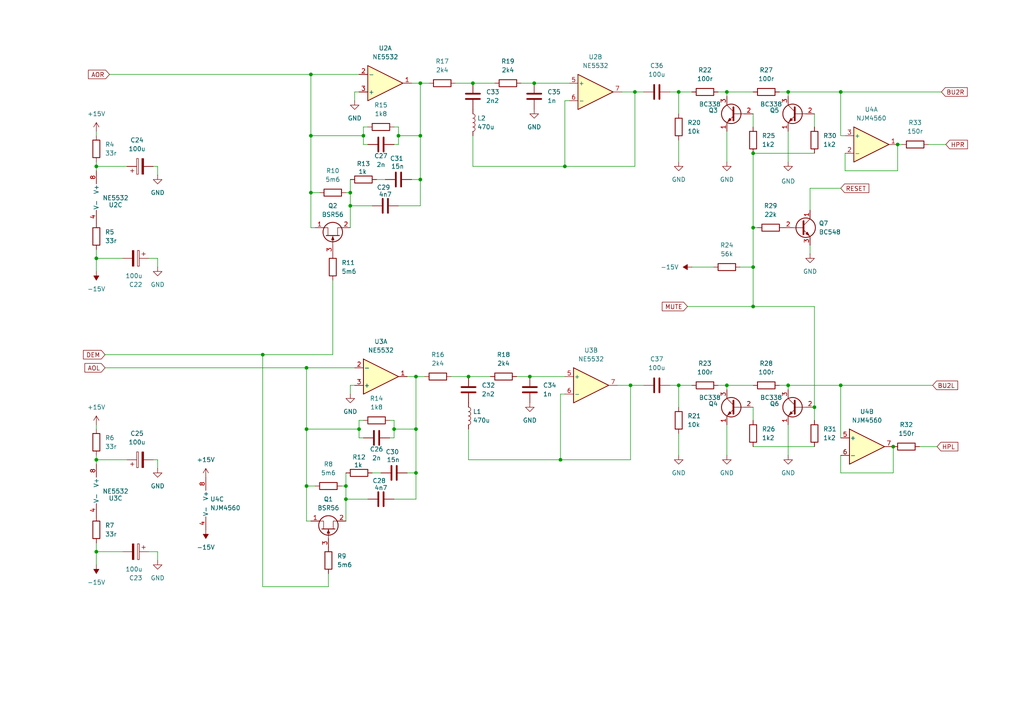
<source format=kicad_sch>
(kicad_sch (version 20250114) (generator "eeschema") (generator_version "9.0")
  (paper "A4")
  (lib_symbols
    (symbol "Amplifier_Operational:NE5532" (pin_names (offset 0.127))
      (property "Reference" "U2" (at 0 10.16 0))
      (property "Value" "NE5532" (at 0 7.62 0))
      (symbol "NE5532_1_1"
        (polyline (pts (xy -5.08 5.08) (xy 5.08 0) (xy -5.08 -5.08) (xy -5.08 5.08)) (stroke (width 0.254)) (fill (type background)))
        (pin input line (at -7.62 2.54 0) (length 2.54) (name "-") (number "2"))
        (pin input line (at -7.62 -2.54 0) (length 2.54) (name "+") (number "3"))
        (pin output line (at 7.62 0 180) (length 2.54) (name "~") (number "1"))
      )
      (symbol "NE5532_2_1"
        (polyline (pts (xy -5.08 5.08) (xy 5.08 0) (xy -5.08 -5.08) (xy -5.08 5.08)) (stroke (width 0.254)) (fill (type background)))
        (pin input line (at -7.62 2.54 0) (length 2.54) (name "+") (number "5"))
        (pin input line (at -7.62 -2.54 0) (length 2.54) (name "-") (number "6"))
        (pin output line (at 7.62 0 180) (length 2.54) (name "~") (number "7"))
      )
      (symbol "NE5532_3_1"
        (pin power_in line (at -2.54 7.62 270) (length 3.81) (name "V+") (number "8"))
        (pin power_in line (at -2.54 -7.62 90) (length 3.81) (name "V-") (number "4"))
      )
    )
    (symbol "Amplifier_Operational:NJM4560" (pin_names (offset 0.127))
      (property "Reference" "U" (at 0 5.08 0))
      (property "Value" "NJM4560" (at 0 -5.08 0))
      (symbol "NJM4560_1_1"
        (polyline (pts (xy -5.08 5.08) (xy 5.08 0) (xy -5.08 -5.08) (xy -5.08 5.08)) (stroke (width 0.254)) (fill (type background)))
        (pin input line (at -7.62 2.54 0) (length 2.54) (name "+") (number "3"))
        (pin input line (at -7.62 -2.54 0) (length 2.54) (name "-") (number "2"))
        (pin output line (at 7.62 0 180) (length 2.54) (name "~") (number "1"))
      )
      (symbol "NJM4560_2_1"
        (polyline (pts (xy -5.08 5.08) (xy 5.08 0) (xy -5.08 -5.08) (xy -5.08 5.08)) (stroke (width 0.254)) (fill (type background)))
        (pin input line (at -7.62 2.54 0) (length 2.54) (name "+") (number "5"))
        (pin input line (at -7.62 -2.54 0) (length 2.54) (name "-") (number "6"))
        (pin output line (at 7.62 0 180) (length 2.54) (name "~") (number "7"))
      )
      (symbol "NJM4560_3_1"
        (pin power_in line (at -2.54 7.62 270) (length 3.81) (name "V+") (number "8"))
        (pin power_in line (at -2.54 -7.62 90) (length 3.81) (name "V-") (number "4"))
      )
    )
    (symbol "Device:C" (pin_numbers (hide yes)) (pin_names (offset 0.254))
      (property "Reference" "C" (at 0.635 2.54 0))
      (property "Value" "C" (at 0.635 -2.54 0))
      (symbol "C_0_1"
        (polyline (pts (xy -2.032 0.762) (xy 2.032 0.762)) (stroke (width 0.508)))
        (polyline (pts (xy -2.032 -0.762) (xy 2.032 -0.762)) (stroke (width 0.508)))
      )
      (symbol "C_1_1"
        (pin passive line (at 0 3.81 270) (length 2.794) (name "~") (number "1"))
        (pin passive line (at 0 -3.81 90) (length 2.794) (name "~") (number "2"))
      )
    )
    (symbol "Device:C_Polarized" (pin_numbers (hide yes)) (pin_names (offset 0.254))
      (property "Reference" "C" (at 0.635 2.54 0))
      (property "Value" "C_Polarized" (at 0.635 -2.54 0))
      (symbol "C_Polarized_0_1"
        (rectangle (start -2.286 0.508) (end 2.286 1.016))
        (polyline (pts (xy -1.778 2.286) (xy -0.762 2.286)))
        (polyline (pts (xy -1.27 2.794) (xy -1.27 1.778)))
        (rectangle (start 2.286 -0.508) (end -2.286 -1.016) (fill (type outline)))
      )
      (symbol "C_Polarized_1_1"
        (pin passive line (at 0 3.81 270) (length 2.794) (name "~") (number "1"))
        (pin passive line (at 0 -3.81 90) (length 2.794) (name "~") (number "2"))
      )
    )
    (symbol "Device:L" (pin_numbers (hide yes)) (pin_names (offset 1.016) (hide yes))
      (property "Reference" "L" (at -1.27 0 90))
      (property "Value" "L" (at 1.905 0 90))
      (symbol "L_0_1"
        (arc (start 0 2.54) (mid 0.6323 1.905) (end 0 1.27))
        (arc (start 0 1.27) (mid 0.6323 0.635) (end 0 0))
        (arc (start 0 0) (mid 0.6323 -0.635) (end 0 -1.27))
        (arc (start 0 -1.27) (mid 0.6323 -1.905) (end 0 -2.54))
      )
      (symbol "L_1_1"
        (pin passive line (at 0 3.81 270) (length 1.27) (name "1") (number "1"))
        (pin passive line (at 0 -3.81 90) (length 1.27) (name "2") (number "2"))
      )
    )
    (symbol "Device:R" (pin_numbers (hide yes)) (pin_names (offset 0))
      (property "Reference" "R" (at 2.032 0 90))
      (property "Value" "R" (at 0 0 90))
      (symbol "R_0_1"
        (rectangle (start -1.016 -2.54) (end 1.016 2.54) (stroke (width 0.254)))
      )
      (symbol "R_1_1"
        (pin passive line (at 0 3.81 270) (length 1.27) (name "~") (number "1"))
        (pin passive line (at 0 -3.81 90) (length 1.27) (name "~") (number "2"))
      )
    )
    (symbol "NE5532_1" (pin_names (offset 0.127))
      (property "Reference" "U2" (at 0 10.16 0))
      (property "Value" "NE5532" (at 0 7.62 0))
      (symbol "NE5532_1_1_1"
        (polyline (pts (xy -5.08 5.08) (xy 5.08 0) (xy -5.08 -5.08) (xy -5.08 5.08)) (stroke (width 0.254)) (fill (type background)))
        (pin input line (at -7.62 2.54 0) (length 2.54) (name "-") (number "2"))
        (pin input line (at -7.62 -2.54 0) (length 2.54) (name "+") (number "3"))
        (pin output line (at 7.62 0 180) (length 2.54) (name "~") (number "1"))
      )
      (symbol "NE5532_1_2_1"
        (polyline (pts (xy -5.08 5.08) (xy 5.08 0) (xy -5.08 -5.08) (xy -5.08 5.08)) (stroke (width 0.254)) (fill (type background)))
        (pin input line (at -7.62 2.54 0) (length 2.54) (name "+") (number "5"))
        (pin input line (at -7.62 -2.54 0) (length 2.54) (name "-") (number "6"))
        (pin output line (at 7.62 0 180) (length 2.54) (name "~") (number "7"))
      )
      (symbol "NE5532_1_3_1"
        (pin power_in line (at -2.54 7.62 270) (length 3.81) (name "V+") (number "8"))
        (pin power_in line (at -2.54 -7.62 90) (length 3.81) (name "V-") (number "4"))
      )
    )
    (symbol "NE5532_2" (pin_names (offset 0.127))
      (property "Reference" "U2" (at 0 10.16 0))
      (property "Value" "NE5532" (at 0 7.62 0))
      (symbol "NE5532_2_1_1"
        (polyline (pts (xy -5.08 5.08) (xy 5.08 0) (xy -5.08 -5.08) (xy -5.08 5.08)) (stroke (width 0.254)) (fill (type background)))
        (pin input line (at -7.62 2.54 0) (length 2.54) (name "-") (number "2"))
        (pin input line (at -7.62 -2.54 0) (length 2.54) (name "+") (number "3"))
        (pin output line (at 7.62 0 180) (length 2.54) (name "~") (number "1"))
      )
      (symbol "NE5532_2_2_1"
        (polyline (pts (xy -5.08 5.08) (xy 5.08 0) (xy -5.08 -5.08) (xy -5.08 5.08)) (stroke (width 0.254)) (fill (type background)))
        (pin input line (at -7.62 2.54 0) (length 2.54) (name "+") (number "5"))
        (pin input line (at -7.62 -2.54 0) (length 2.54) (name "-") (number "6"))
        (pin output line (at 7.62 0 180) (length 2.54) (name "~") (number "7"))
      )
      (symbol "NE5532_2_3_1"
        (pin power_in line (at -2.54 7.62 270) (length 3.81) (name "V+") (number "8"))
        (pin power_in line (at -2.54 -7.62 90) (length 3.81) (name "V-") (number "4"))
      )
    )
    (symbol "Transistor_BJT:BC338" (pin_names (offset 0) (hide yes))
      (property "Reference" "Q3" (at 5.08 -1.2701 0))
      (property "Value" "BC338" (at 5.08 1.2699 0))
      (symbol "BC338_0_1"
        (circle (center 1.27 0) (radius 2.8194) (stroke (width 0.254)))
        (polyline (pts (xy 1.905 -1.905) (xy 1.905 1.905)) (stroke (width 0.508)))
        (polyline (pts (xy 5.08 0) (xy 1.905 0)))
      )
      (symbol "BC338_1_1"
        (polyline (pts (xy 1.27 -1.778) (xy 0.762 -1.27) (xy 0.254 -2.286) (xy 1.27 -1.778)) (fill (type outline)))
        (polyline (pts (xy 1.905 0.635) (xy 0 2.54)))
        (polyline (pts (xy 1.905 -0.635) (xy 0 -2.54)))
        (pin passive line (at 0 5.08 270) (length 2.54) (name "E") (number "3"))
        (pin passive line (at 0 -5.08 90) (length 2.54) (name "C") (number "1"))
        (pin input line (at 7.62 0 180) (length 2.54) (name "B") (number "2"))
      )
    )
    (symbol "Transistor_BJT:BC548" (pin_names (offset 0) (hide yes))
      (property "Reference" "Q" (at 5.08 1.905 0))
      (property "Value" "BC548" (at 5.08 0 0))
      (symbol "BC548_0_1"
        (polyline (pts (xy -2.54 0) (xy 0.635 0)))
        (polyline (pts (xy 0.635 1.905) (xy 0.635 -1.905)) (stroke (width 0.508)))
        (circle (center 1.27 0) (radius 2.8194) (stroke (width 0.254)))
      )
      (symbol "BC548_1_1"
        (polyline (pts (xy 0.635 0.635) (xy 2.54 2.54)))
        (polyline (pts (xy 0.635 -0.635) (xy 2.54 -2.54)))
        (polyline (pts (xy 1.27 -1.778) (xy 1.778 -1.27) (xy 2.286 -2.286) (xy 1.27 -1.778)) (fill (type outline)))
        (pin input line (at -5.08 0 0) (length 2.54) (name "B") (number "2"))
        (pin passive line (at 2.54 5.08 270) (length 2.54) (name "C") (number "1"))
        (pin passive line (at 2.54 -5.08 90) (length 2.54) (name "E") (number "3"))
      )
    )
    (symbol "Transistor_FET:BSR56" (pin_names (hide yes))
      (property "Reference" "Q" (at 5.08 1.905 0))
      (property "Value" "BSR56" (at 5.08 0 0))
      (symbol "BSR56_0_1"
        (polyline (pts (xy 0 0) (xy -1.016 0.381) (xy -1.016 -0.381) (xy 0 0)) (fill (type outline)))
        (polyline (pts (xy 0.254 1.905) (xy 0.254 -1.905)) (stroke (width 0.254)))
        (polyline (pts (xy 0.254 0) (xy -2.54 0)))
        (circle (center 1.27 0) (radius 2.8194) (stroke (width 0.254)))
        (polyline (pts (xy 2.54 2.54) (xy 2.54 1.397) (xy 0.254 1.397)))
        (polyline (pts (xy 2.54 -2.54) (xy 2.54 -1.397) (xy 0.254 -1.397)))
      )
      (symbol "BSR56_1_1"
        (pin input line (at -5.08 0 0) (length 2.54) (name "G") (number "3"))
        (pin passive line (at 2.54 5.08 270) (length 2.54) (name "D") (number "1"))
        (pin passive line (at 2.54 -5.08 90) (length 2.54) (name "S") (number "2"))
      )
    )
    (symbol "power:+15V" (power) (pin_numbers (hide yes)) (pin_names (offset 0) (hide yes))
      (property "Value" "+15V" (at 0 3.556 0))
      (symbol "+15V_0_1"
        (polyline (pts (xy -0.762 1.27) (xy 0 2.54)))
        (polyline (pts (xy 0 2.54) (xy 0.762 1.27)))
        (polyline (pts (xy 0 0) (xy 0 2.54)))
      )
      (symbol "+15V_1_1"
        (pin power_in line (at 0 0 90) (length 0) (name "~") (number "1"))
      )
    )
    (symbol "power:-15V" (power) (pin_numbers (hide yes)) (pin_names (offset 0) (hide yes))
      (property "Value" "-15V" (at 0 3.556 0))
      (symbol "-15V_0_0"
        (pin power_in line (at 0 0 90) (length 0) (name "~") (number "1"))
      )
      (symbol "-15V_0_1"
        (polyline (pts (xy 0 0) (xy 0 1.27) (xy 0.762 1.27) (xy 0 2.54) (xy -0.762 1.27) (xy 0 1.27)) (fill (type outline)))
      )
    )
    (symbol "power:GND" (power) (pin_numbers (hide yes)) (pin_names (offset 0) (hide yes))
      (property "Value" "GND" (at 0 -3.81 0))
      (symbol "GND_0_1"
        (polyline (pts (xy 0 0) (xy 0 -1.27) (xy 1.27 -1.27) (xy 0 -2.54) (xy -1.27 -1.27) (xy 0 -1.27)))
      )
      (symbol "GND_1_1"
        (pin power_in line (at 0 0 270) (length 0) (name "~") (number "1"))
      )
    )
  )
  (junction (at 243.84 111.76))
  (junction (at 101.6 55.88))
  (junction (at 76.2 102.87))
  (junction (at 218.44 44.45))
  (junction (at 135.89 109.22))
  (junction (at 182.88 111.76))
  (junction (at 228.6 26.67))
  (junction (at 121.92 39.37))
  (junction (at 88.9 106.68))
  (junction (at 243.84 26.67))
  (junction (at 236.22 118.11))
  (junction (at 90.17 21.59))
  (junction (at 260.35 41.91))
  (junction (at 27.94 133.35))
  (junction (at 88.9 140.97))
  (junction (at 90.17 39.37))
  (junction (at 120.65 109.22))
  (junction (at 210.82 111.76))
  (junction (at 27.94 160.02))
  (junction (at 120.65 124.46))
  (junction (at 114.3 124.46))
  (junction (at 90.17 55.88))
  (junction (at 88.9 124.46))
  (junction (at 184.15 26.67))
  (junction (at 105.41 39.37))
  (junction (at 27.94 48.26))
  (junction (at 101.6 59.69))
  (junction (at 153.67 109.22))
  (junction (at 121.92 52.07))
  (junction (at 137.16 24.13))
  (junction (at 196.85 26.67))
  (junction (at 196.85 111.76))
  (junction (at 100.33 144.78))
  (junction (at 163.83 48.26))
  (junction (at 210.82 26.67))
  (junction (at 218.44 88.9))
  (junction (at 218.44 77.47))
  (junction (at 104.14 124.46))
  (junction (at 162.56 133.35))
  (junction (at 259.08 129.54))
  (junction (at 228.6 111.76))
  (junction (at 120.65 137.16))
  (junction (at 100.33 140.97))
  (junction (at 115.57 39.37))
  (junction (at 27.94 74.93))
  (junction (at 154.94 24.13))
  (junction (at 121.92 24.13))
  (junction (at 218.44 66.04))
  (wire (pts (xy 45.72 133.35) (xy 45.72 135.89)))
  (wire (pts (xy 163.83 114.3) (xy 162.56 114.3)))
  (wire (pts (xy 196.85 125.73) (xy 196.85 132.08)))
  (wire (pts (xy 236.22 118.11) (xy 236.22 88.9)))
  (wire (pts (xy 120.65 109.22) (xy 120.65 124.46)))
  (wire (pts (xy 196.85 111.76) (xy 200.66 111.76)))
  (wire (pts (xy 44.45 48.26) (xy 45.72 48.26)))
  (wire (pts (xy 27.94 48.26) (xy 27.94 49.53)))
  (wire (pts (xy 114.3 41.91) (xy 115.57 41.91)))
  (wire (pts (xy 243.84 111.76) (xy 270.51 111.76)))
  (wire (pts (xy 121.92 52.07) (xy 119.38 52.07)))
  (wire (pts (xy 27.94 160.02) (xy 27.94 163.83)))
  (wire (pts (xy 27.94 133.35) (xy 27.94 134.62)))
  (wire (pts (xy 90.17 55.88) (xy 90.17 66.04)))
  (wire (pts (xy 91.44 140.97) (xy 88.9 140.97)))
  (wire (pts (xy 100.33 137.16) (xy 100.33 140.97)))
  (wire (pts (xy 120.65 137.16) (xy 118.11 137.16)))
  (wire (pts (xy 102.87 26.67) (xy 102.87 29.21)))
  (wire (pts (xy 115.57 39.37) (xy 121.92 39.37)))
  (wire (pts (xy 102.87 111.76) (xy 101.6 111.76)))
  (wire (pts (xy 228.6 26.67) (xy 228.6 27.94)))
  (wire (pts (xy 260.35 41.91) (xy 260.35 49.53)))
  (wire (pts (xy 243.84 137.16) (xy 259.08 137.16)))
  (wire (pts (xy 43.18 74.93) (xy 45.72 74.93)))
  (wire (pts (xy 27.94 74.93) (xy 27.94 78.74)))
  (wire (pts (xy 90.17 39.37) (xy 105.41 39.37)))
  (wire (pts (xy 44.45 133.35) (xy 45.72 133.35)))
  (wire (pts (xy 137.16 24.13) (xy 143.51 24.13)))
  (wire (pts (xy 30.48 106.68) (xy 88.9 106.68)))
  (wire (pts (xy 30.48 102.87) (xy 76.2 102.87)))
  (wire (pts (xy 104.14 21.59) (xy 90.17 21.59)))
  (wire (pts (xy 130.81 109.22) (xy 135.89 109.22)))
  (wire (pts (xy 236.22 88.9) (xy 218.44 88.9)))
  (wire (pts (xy 27.94 132.08) (xy 27.94 133.35)))
  (wire (pts (xy 194.31 111.76) (xy 196.85 111.76)))
  (wire (pts (xy 27.94 72.39) (xy 27.94 74.93)))
  (wire (pts (xy 137.16 48.26) (xy 163.83 48.26)))
  (wire (pts (xy 104.14 26.67) (xy 102.87 26.67)))
  (wire (pts (xy 27.94 123.19) (xy 27.94 124.46)))
  (wire (pts (xy 234.95 54.61) (xy 234.95 60.96)))
  (wire (pts (xy 76.2 102.87) (xy 76.2 170.18)))
  (wire (pts (xy 121.92 52.07) (xy 121.92 59.69)))
  (wire (pts (xy 101.6 55.88) (xy 101.6 59.69)))
  (wire (pts (xy 228.6 111.76) (xy 228.6 113.03)))
  (wire (pts (xy 210.82 123.19) (xy 210.82 132.08)))
  (wire (pts (xy 27.94 48.26) (xy 36.83 48.26)))
  (wire (pts (xy 228.6 123.19) (xy 228.6 132.08)))
  (wire (pts (xy 105.41 41.91) (xy 106.68 41.91)))
  (wire (pts (xy 180.34 26.67) (xy 184.15 26.67)))
  (wire (pts (xy 243.84 127) (xy 243.84 111.76)))
  (wire (pts (xy 95.25 166.37) (xy 95.25 170.18)))
  (wire (pts (xy 90.17 151.13) (xy 88.9 151.13)))
  (wire (pts (xy 243.84 26.67) (xy 273.05 26.67)))
  (wire (pts (xy 101.6 111.76) (xy 101.6 114.3)))
  (wire (pts (xy 162.56 114.3) (xy 162.56 133.35)))
  (wire (pts (xy 27.94 160.02) (xy 35.56 160.02)))
  (wire (pts (xy 27.94 46.99) (xy 27.94 48.26)))
  (wire (pts (xy 218.44 44.45) (xy 236.22 44.45)))
  (wire (pts (xy 208.28 26.67) (xy 210.82 26.67)))
  (wire (pts (xy 196.85 26.67) (xy 196.85 33.02)))
  (wire (pts (xy 107.95 59.69) (xy 101.6 59.69)))
  (wire (pts (xy 165.1 29.21) (xy 163.83 29.21)))
  (wire (pts (xy 27.94 133.35) (xy 36.83 133.35)))
  (wire (pts (xy 120.65 137.16) (xy 120.65 144.78)))
  (wire (pts (xy 234.95 54.61) (xy 243.84 54.61)))
  (wire (pts (xy 113.03 121.92) (xy 114.3 121.92)))
  (wire (pts (xy 162.56 133.35) (xy 182.88 133.35)))
  (wire (pts (xy 120.65 124.46) (xy 120.65 137.16)))
  (wire (pts (xy 210.82 111.76) (xy 210.82 113.03)))
  (wire (pts (xy 121.92 24.13) (xy 124.46 24.13)))
  (wire (pts (xy 218.44 77.47) (xy 218.44 66.04)))
  (wire (pts (xy 210.82 26.67) (xy 210.82 27.94)))
  (wire (pts (xy 114.3 124.46) (xy 114.3 127)))
  (wire (pts (xy 184.15 48.26) (xy 184.15 26.67)))
  (wire (pts (xy 208.28 111.76) (xy 210.82 111.76)))
  (wire (pts (xy 182.88 111.76) (xy 186.69 111.76)))
  (wire (pts (xy 101.6 59.69) (xy 101.6 66.04)))
  (wire (pts (xy 199.39 88.9) (xy 218.44 88.9)))
  (wire (pts (xy 104.14 127) (xy 105.41 127)))
  (wire (pts (xy 260.35 41.91) (xy 261.62 41.91)))
  (wire (pts (xy 91.44 66.04) (xy 90.17 66.04)))
  (wire (pts (xy 105.41 39.37) (xy 105.41 41.91)))
  (wire (pts (xy 210.82 38.1) (xy 210.82 46.99)))
  (wire (pts (xy 115.57 36.83) (xy 115.57 39.37)))
  (wire (pts (xy 218.44 33.02) (xy 218.44 36.83)))
  (wire (pts (xy 107.95 137.16) (xy 110.49 137.16)))
  (wire (pts (xy 88.9 124.46) (xy 88.9 140.97)))
  (wire (pts (xy 243.84 26.67) (xy 243.84 39.37)))
  (wire (pts (xy 109.22 52.07) (xy 111.76 52.07)))
  (wire (pts (xy 214.63 77.47) (xy 218.44 77.47)))
  (wire (pts (xy 132.08 24.13) (xy 137.16 24.13)))
  (wire (pts (xy 101.6 55.88) (xy 100.33 55.88)))
  (wire (pts (xy 182.88 133.35) (xy 182.88 111.76)))
  (wire (pts (xy 228.6 111.76) (xy 243.84 111.76)))
  (wire (pts (xy 113.03 127) (xy 114.3 127)))
  (wire (pts (xy 92.71 55.88) (xy 90.17 55.88)))
  (wire (pts (xy 154.94 24.13) (xy 165.1 24.13)))
  (wire (pts (xy 105.41 121.92) (xy 104.14 121.92)))
  (wire (pts (xy 106.68 144.78) (xy 100.33 144.78)))
  (wire (pts (xy 90.17 39.37) (xy 90.17 55.88)))
  (wire (pts (xy 27.94 74.93) (xy 35.56 74.93)))
  (wire (pts (xy 31.75 21.59) (xy 90.17 21.59)))
  (wire (pts (xy 105.41 36.83) (xy 105.41 39.37)))
  (wire (pts (xy 96.52 81.28) (xy 96.52 102.87)))
  (wire (pts (xy 115.57 39.37) (xy 115.57 41.91)))
  (wire (pts (xy 200.66 77.47) (xy 207.01 77.47)))
  (wire (pts (xy 115.57 59.69) (xy 121.92 59.69)))
  (wire (pts (xy 90.17 21.59) (xy 90.17 39.37)))
  (wire (pts (xy 226.06 26.67) (xy 228.6 26.67)))
  (wire (pts (xy 100.33 140.97) (xy 100.33 144.78)))
  (wire (pts (xy 104.14 121.92) (xy 104.14 124.46)))
  (wire (pts (xy 228.6 38.1) (xy 228.6 46.99)))
  (wire (pts (xy 114.3 124.46) (xy 120.65 124.46)))
  (wire (pts (xy 243.84 132.08) (xy 243.84 137.16)))
  (wire (pts (xy 43.18 160.02) (xy 45.72 160.02)))
  (wire (pts (xy 114.3 36.83) (xy 115.57 36.83)))
  (wire (pts (xy 234.95 71.12) (xy 234.95 73.66)))
  (wire (pts (xy 228.6 26.67) (xy 243.84 26.67)))
  (wire (pts (xy 259.08 137.16) (xy 259.08 129.54)))
  (wire (pts (xy 88.9 124.46) (xy 104.14 124.46)))
  (wire (pts (xy 163.83 48.26) (xy 184.15 48.26)))
  (wire (pts (xy 196.85 26.67) (xy 200.66 26.67)))
  (wire (pts (xy 119.38 24.13) (xy 121.92 24.13)))
  (wire (pts (xy 27.94 157.48) (xy 27.94 160.02)))
  (wire (pts (xy 218.44 118.11) (xy 218.44 121.92)))
  (wire (pts (xy 88.9 106.68) (xy 88.9 124.46)))
  (wire (pts (xy 219.71 66.04) (xy 218.44 66.04)))
  (wire (pts (xy 226.06 111.76) (xy 228.6 111.76)))
  (wire (pts (xy 153.67 109.22) (xy 163.83 109.22)))
  (wire (pts (xy 118.11 109.22) (xy 120.65 109.22)))
  (wire (pts (xy 76.2 102.87) (xy 96.52 102.87)))
  (wire (pts (xy 210.82 26.67) (xy 218.44 26.67)))
  (wire (pts (xy 179.07 111.76) (xy 182.88 111.76)))
  (wire (pts (xy 27.94 38.1) (xy 27.94 39.37)))
  (wire (pts (xy 149.86 109.22) (xy 153.67 109.22)))
  (wire (pts (xy 245.11 44.45) (xy 245.11 49.53)))
  (wire (pts (xy 45.72 48.26) (xy 45.72 50.8)))
  (wire (pts (xy 104.14 124.46) (xy 104.14 127)))
  (wire (pts (xy 121.92 24.13) (xy 121.92 39.37)))
  (wire (pts (xy 194.31 26.67) (xy 196.85 26.67)))
  (wire (pts (xy 135.89 133.35) (xy 162.56 133.35)))
  (wire (pts (xy 88.9 140.97) (xy 88.9 151.13)))
  (wire (pts (xy 45.72 160.02) (xy 45.72 162.56)))
  (wire (pts (xy 245.11 39.37) (xy 243.84 39.37)))
  (wire (pts (xy 218.44 44.45) (xy 218.44 66.04)))
  (wire (pts (xy 236.22 33.02) (xy 236.22 36.83)))
  (wire (pts (xy 106.68 36.83) (xy 105.41 36.83)))
  (wire (pts (xy 135.89 109.22) (xy 142.24 109.22)))
  (wire (pts (xy 114.3 121.92) (xy 114.3 124.46)))
  (wire (pts (xy 76.2 170.18) (xy 95.25 170.18)))
  (wire (pts (xy 101.6 52.07) (xy 101.6 55.88)))
  (wire (pts (xy 196.85 111.76) (xy 196.85 118.11)))
  (wire (pts (xy 245.11 49.53) (xy 260.35 49.53)))
  (wire (pts (xy 135.89 124.46) (xy 135.89 133.35)))
  (wire (pts (xy 196.85 40.64) (xy 196.85 46.99)))
  (wire (pts (xy 266.7 129.54) (xy 271.78 129.54)))
  (wire (pts (xy 218.44 77.47) (xy 218.44 88.9)))
  (wire (pts (xy 137.16 39.37) (xy 137.16 48.26)))
  (wire (pts (xy 121.92 39.37) (xy 121.92 52.07)))
  (wire (pts (xy 120.65 109.22) (xy 123.19 109.22)))
  (wire (pts (xy 184.15 26.67) (xy 186.69 26.67)))
  (wire (pts (xy 45.72 74.93) (xy 45.72 77.47)))
  (wire (pts (xy 102.87 106.68) (xy 88.9 106.68)))
  (wire (pts (xy 218.44 129.54) (xy 236.22 129.54)))
  (wire (pts (xy 114.3 144.78) (xy 120.65 144.78)))
  (wire (pts (xy 100.33 140.97) (xy 99.06 140.97)))
  (wire (pts (xy 210.82 111.76) (xy 218.44 111.76)))
  (wire (pts (xy 163.83 29.21) (xy 163.83 48.26)))
  (wire (pts (xy 236.22 118.11) (xy 236.22 121.92)))
  (wire (pts (xy 151.13 24.13) (xy 154.94 24.13)))
  (wire (pts (xy 269.24 41.91) (xy 274.32 41.91)))
  (wire (pts (xy 100.33 144.78) (xy 100.33 151.13)))
  (global_label "MUTE" (shape input) (at 199.39 88.9 180) (property "Intersheetrefs" "${INTERSHEET_REFS}" (effects (hide yes))))
  (global_label "BU2L" (shape input) (at 270.51 111.76 0) (property "Intersheetrefs" "${INTERSHEET_REFS}" (effects (hide yes))))
  (global_label "BU2R" (shape input) (at 273.05 26.67 0) (property "Intersheetrefs" "${INTERSHEET_REFS}" (effects (hide yes))))
  (global_label "AOR" (shape input) (at 31.75 21.59 180) (property "Intersheetrefs" "${INTERSHEET_REFS}" (effects (hide yes))))
  (global_label "HPL" (shape input) (at 271.78 129.54 0) (property "Intersheetrefs" "${INTERSHEET_REFS}" (effects (hide yes))))
  (global_label "AOL" (shape input) (at 30.48 106.68 180) (property "Intersheetrefs" "${INTERSHEET_REFS}" (effects (hide yes))))
  (global_label "RESET" (shape input) (at 243.84 54.61 0) (property "Intersheetrefs" "${INTERSHEET_REFS}" (effects (hide yes))))
  (global_label "HPR" (shape input) (at 274.32 41.91 0) (property "Intersheetrefs" "${INTERSHEET_REFS}" (effects (hide yes))))
  (global_label "DEM" (shape input) (at 30.48 102.87 180) (property "Intersheetrefs" "${INTERSHEET_REFS}" (effects (hide yes))))
  (symbol (lib_id "Device:C") (at 154.94 27.94 0) (unit 1)
    (property "Reference" "C35" (at 158.75 26.6699 0) (effects (justify left)))
    (property "Value" "1n" (at 158.75 29.2099 0) (effects (justify left)))
    (property "Description" "Unpolarized capacitor" (effects (hide yes)))
  )
  (symbol (lib_id "Transistor_BJT:BC548") (at 232.41 66.04 0) (unit 1)
    (property "Reference" "Q7" (at 237.49 64.7699 0) (effects (justify left)))
    (property "Value" "BC548" (at 237.49 67.3099 0) (effects (justify left)))
    (property "Footprint" "Package_TO_SOT_THT:TO-92_Inline" (effects (hide yes)))
    (property "Datasheet" "https://www.onsemi.com/pub/Collateral/BC550-D.pdf" (effects (hide yes)))
    (property "Description" "0.1A Ic, 30V Vce, Small Signal NPN Transistor, TO-92" (effects (hide yes)))
  )
  (symbol (lib_id "Device:R") (at 95.25 140.97 90) (unit 1)
    (property "Reference" "R8" (at 95.25 134.62 90))
    (property "Value" "5m6" (at 95.25 137.16 90))
    (property "Description" "Resistor" (effects (hide yes)))
  )
  (symbol (lib_id "power:GND") (at 196.85 46.99 0) (unit 1)
    (property "Reference" "#PWR040" (effects (hide yes)))
    (property "Value" "GND" (at 196.85 52.07 0))
    (property "Description" "Power symbol creates a global label with name \"GND\" , ground" (effects (hide yes)))
  )
  (symbol (lib_id "power:GND") (at 210.82 46.99 0) (unit 1)
    (property "Reference" "#PWR043" (effects (hide yes)))
    (property "Value" "GND" (at 210.82 52.07 0))
    (property "Description" "Power symbol creates a global label with name \"GND\" , ground" (effects (hide yes)))
  )
  (symbol (lib_id "power:-15V") (at 27.94 163.83 180) (unit 1)
    (property "Reference" "#PWR029" (effects (hide yes)))
    (property "Value" "-15V" (at 27.94 168.91 0))
    (property "Description" "Power symbol creates a global label with name \"-15V\"" (effects (hide yes)))
  )
  (symbol (lib_id "Device:R") (at 147.32 24.13 90) (unit 1)
    (property "Reference" "R19" (at 147.32 17.78 90))
    (property "Value" "2k4" (at 147.32 20.32 90))
    (property "Description" "Resistor" (effects (hide yes)))
  )
  (symbol (lib_id "Amplifier_Operational:NE5532") (at 110.49 109.22 0) (unit 1)
    (property "Reference" "U3" (at 110.49 99.06 0))
    (property "Value" "NE5532" (at 110.49 101.6 0))
    (property "Footprint" "Package_DIP:DIP-8_W7.62mm_LongPads" (effects (hide yes)))
    (property "Datasheet" "http://www.ti.com/lit/ds/symlink/ne5532.pdf" (effects (hide yes)))
    (property "Description" "Dual Low-Noise Operational Amplifiers, DIP-8/SOIC-8" (effects (hide yes)))
  )
  (symbol (lib_id "power:GND") (at 228.6 132.08 0) (unit 1)
    (property "Reference" "#PWR046" (effects (hide yes)))
    (property "Value" "GND" (at 228.6 137.16 0))
    (property "Description" "Power symbol creates a global label with name \"GND\" , ground" (effects (hide yes)))
  )
  (symbol (lib_id "Device:L") (at 135.89 120.65 0) (unit 1)
    (property "Reference" "L1" (at 137.16 119.3799 0) (effects (justify left)))
    (property "Value" "470u" (at 137.16 121.9199 0) (effects (justify left)))
    (property "Description" "Inductor" (effects (hide yes)))
  )
  (symbol (lib_id "Device:R") (at 265.43 41.91 90) (unit 1)
    (property "Reference" "R33" (at 265.43 35.56 90))
    (property "Value" "150r" (at 265.43 38.1 90))
    (property "Description" "Resistor" (effects (hide yes)))
  )
  (symbol (lib_id "power:-15V") (at 59.69 153.67 180) (unit 1)
    (property "Reference" "#PWR035" (effects (hide yes)))
    (property "Value" "-15V" (at 59.69 158.75 0))
    (property "Description" "Power symbol creates a global label with name \"-15V\"" (effects (hide yes)))
  )
  (symbol (lib_id "Device:R") (at 204.47 26.67 270) (unit 1)
    (property "Reference" "R22" (at 204.47 20.32 90))
    (property "Value" "100r" (at 204.47 22.86 90))
    (property "Description" "Resistor" (effects (hide yes)))
  )
  (symbol (lib_id "Device:C") (at 110.49 41.91 270) (unit 1)
    (property "Reference" "C27" (at 110.49 45.212 90))
    (property "Value" "2n" (at 110.49 47.752 90))
    (property "Description" "Unpolarized capacitor" (effects (hide yes)))
  )
  (symbol (lib_id "Device:C") (at 135.89 113.03 0) (unit 1)
    (property "Reference" "C32" (at 139.7 111.7599 0) (effects (justify left)))
    (property "Value" "2n2" (at 139.7 114.2999 0) (effects (justify left)))
    (property "Description" "Unpolarized capacitor" (effects (hide yes)))
  )
  (symbol (lib_id "Device:R") (at 96.52 77.47 180) (unit 1)
    (property "Reference" "R11" (at 99.06 76.1999 0) (effects (justify right)))
    (property "Value" "5m6" (at 99.06 78.7399 0) (effects (justify right)))
    (property "Description" "Resistor" (effects (hide yes)))
  )
  (symbol (lib_id "power:GND") (at 210.82 132.08 0) (unit 1)
    (property "Reference" "#PWR044" (effects (hide yes)))
    (property "Value" "GND" (at 210.82 137.16 0))
    (property "Description" "Power symbol creates a global label with name \"GND\" , ground" (effects (hide yes)))
  )
  (symbol (lib_id "Device:R") (at 27.94 68.58 0) (unit 1)
    (property "Reference" "R5" (at 30.48 67.3099 0) (effects (justify left)))
    (property "Value" "33r" (at 30.48 69.8499 0) (effects (justify left)))
    (property "Description" "Resistor" (effects (hide yes)))
  )
  (symbol (lib_id "Device:R") (at 27.94 43.18 0) (unit 1)
    (property "Reference" "R4" (at 30.48 41.9099 0) (effects (justify left)))
    (property "Value" "33r" (at 30.48 44.4499 0) (effects (justify left)))
    (property "Description" "Resistor" (effects (hide yes)))
  )
  (symbol (lib_id "Device:R") (at 236.22 125.73 0) (unit 1)
    (property "Reference" "R31" (at 238.76 124.4599 0) (effects (justify left)))
    (property "Value" "1k2" (at 238.76 126.9999 0) (effects (justify left)))
    (property "Description" "Resistor" (effects (hide yes)))
  )
  (symbol (lib_id "Device:R") (at 222.25 26.67 270) (unit 1)
    (property "Reference" "R27" (at 222.25 20.32 90))
    (property "Value" "100r" (at 222.25 22.86 90))
    (property "Description" "Resistor" (effects (hide yes)))
  )
  (symbol (lib_id "Device:R") (at 204.47 111.76 270) (unit 1)
    (property "Reference" "R23" (at 204.47 105.41 90))
    (property "Value" "100r" (at 204.47 107.95 90))
    (property "Description" "Resistor" (effects (hide yes)))
  )
  (symbol (lib_id "Device:R") (at 196.85 121.92 0) (unit 1)
    (property "Reference" "R21" (at 199.39 120.6499 0) (effects (justify left)))
    (property "Value" "10k" (at 199.39 123.1899 0) (effects (justify left)))
    (property "Description" "Resistor" (effects (hide yes)))
  )
  (symbol (lib_id "Transistor_BJT:BC338") (at 210.82 33.02 0) (unit 1)
    (property "Reference" "Q3" (at 205.486 32.004 0) (effects (justify left)))
    (property "Value" "BC338" (at 202.692 30.226 0) (effects (justify left)))
    (property "Footprint" "Package_TO_SOT_THT:TO-92_Inline" (effects (hide yes)))
    (property "Datasheet" "http://diotec.com/tl_files/diotec/files/pdf/datasheets/bc337" (effects (hide yes)))
    (property "Description" "0.8A Ic, 25V Vce, NPN Transistor, TO-92" (effects (hide yes)))
  )
  (symbol (lib_id "Transistor_BJT:BC338") (at 210.82 118.11 0) (unit 1)
    (property "Reference" "Q4" (at 205.486 117.094 0) (effects (justify left)))
    (property "Value" "BC338" (at 202.692 115.316 0) (effects (justify left)))
    (property "Footprint" "Package_TO_SOT_THT:TO-92_Inline" (effects (hide yes)))
    (property "Datasheet" "http://diotec.com/tl_files/diotec/files/pdf/datasheets/bc337" (effects (hide yes)))
    (property "Description" "0.8A Ic, 25V Vce, NPN Transistor, TO-92" (effects (hide yes)))
  )
  (symbol (lib_id "Device:R") (at 27.94 153.67 0) (unit 1)
    (property "Reference" "R7" (at 30.48 152.3999 0) (effects (justify left)))
    (property "Value" "33r" (at 30.48 154.9399 0) (effects (justify left)))
    (property "Description" "Resistor" (effects (hide yes)))
  )
  (symbol (lib_id "Device:R") (at 109.22 121.92 90) (unit 1)
    (property "Reference" "R14" (at 109.22 115.57 90))
    (property "Value" "1k8" (at 109.22 118.11 90))
    (property "Description" "Resistor" (effects (hide yes)))
  )
  (symbol (lib_id "Amplifier_Operational:NJM4560") (at 62.23 146.05 0) (unit 3)
    (property "Reference" "U4" (at 60.96 144.7799 0) (effects (justify left)))
    (property "Value" "NJM4560" (at 60.96 147.3199 0) (effects (justify left)))
    (property "Footprint" "Package_DIP:DIP-8_W7.62mm_LongPads" (effects (hide yes)))
    (property "Datasheet" "http://www.njr.com/semicon/PDF/NJM4560_E.pdf" (effects (hide yes)))
    (property "Description" "Dual Operational Amplifier, DIP-8/DMP-8/SIP-8/SOP-8" (effects (hide yes)))
  )
  (symbol (lib_id "Device:R") (at 105.41 52.07 90) (unit 1)
    (property "Reference" "R13" (at 105.41 47.498 90))
    (property "Value" "1k" (at 105.156 49.784 90))
    (property "Description" "Resistor" (effects (hide yes)))
  )
  (symbol (lib_id "Amplifier_Operational:NE5532") (at 111.76 24.13 0) (unit 1)
    (property "Reference" "U2" (at 111.76 13.97 0))
    (property "Value" "NE5532" (at 111.76 16.51 0))
    (property "Footprint" "Package_DIP:DIP-8_W7.62mm_LongPads" (effects (hide yes)))
    (property "Datasheet" "http://www.ti.com/lit/ds/symlink/ne5532.pdf" (effects (hide yes)))
    (property "Description" "Dual Low-Noise Operational Amplifiers, DIP-8/SOIC-8" (effects (hide yes)))
  )
  (symbol (lib_id "power:GND") (at 153.67 116.84 0) (unit 1)
    (property "Reference" "#PWR038" (effects (hide yes)))
    (property "Value" "GND" (at 153.67 121.92 0))
    (property "Description" "Power symbol creates a global label with name \"GND\" , ground" (effects (hide yes)))
  )
  (symbol (lib_id "Device:C") (at 190.5 26.67 90) (unit 1)
    (property "Reference" "C36" (at 190.5 19.05 90))
    (property "Value" "100u" (at 190.5 21.59 90))
    (property "Description" "Unpolarized capacitor" (effects (hide yes)))
  )
  (symbol (lib_id "Device:R") (at 262.89 129.54 90) (unit 1)
    (property "Reference" "R32" (at 262.89 123.19 90))
    (property "Value" "150r" (at 262.89 125.73 90))
    (property "Description" "Resistor" (effects (hide yes)))
  )
  (symbol (lib_id "power:GND") (at 228.6 46.99 0) (unit 1)
    (property "Reference" "#PWR045" (effects (hide yes)))
    (property "Value" "GND" (at 228.6 52.578 0))
    (property "Description" "Power symbol creates a global label with name \"GND\" , ground" (effects (hide yes)))
  )
  (symbol (lib_id "Device:C_Polarized") (at 40.64 48.26 90) (unit 1)
    (property "Reference" "C24" (at 39.751 40.64 90))
    (property "Value" "100u" (at 39.751 43.18 90))
    (property "Description" "Polarized capacitor" (effects (hide yes)))
  )
  (symbol (lib_id "Device:R") (at 210.82 77.47 90) (unit 1)
    (property "Reference" "R24" (at 210.82 71.12 90))
    (property "Value" "56k" (at 210.82 73.66 90))
    (property "Description" "Resistor" (effects (hide yes)))
  )
  (symbol (lib_id "Device:C") (at 111.76 59.69 90) (unit 1)
    (property "Reference" "C29" (at 111.252 54.356 90))
    (property "Value" "4n7" (at 111.76 56.388 90))
    (property "Description" "Unpolarized capacitor" (effects (hide yes)))
  )
  (symbol (lib_id "power:-15V") (at 200.66 77.47 90) (unit 1)
    (property "Reference" "#PWR042" (effects (hide yes)))
    (property "Value" "-15V" (at 196.85 77.4699 90) (effects (justify left)))
    (property "Description" "Power symbol creates a global label with name \"-15V\"" (effects (hide yes)))
  )
  (symbol (lib_id "Device:R") (at 146.05 109.22 90) (unit 1)
    (property "Reference" "R18" (at 146.05 102.87 90))
    (property "Value" "2k4" (at 146.05 105.41 90))
    (property "Description" "Resistor" (effects (hide yes)))
  )
  (symbol (lib_name "NE5532_1") (lib_id "Amplifier_Operational:NE5532") (at 171.45 111.76 0) (unit 2)
    (property "Reference" "U3" (at 171.45 101.6 0))
    (property "Value" "NE5532" (at 171.45 104.14 0))
    (property "Footprint" "Package_DIP:DIP-8_W7.62mm_LongPads" (effects (hide yes)))
    (property "Datasheet" "http://www.ti.com/lit/ds/symlink/ne5532.pdf" (effects (hide yes)))
    (property "Description" "Dual Low-Noise Operational Amplifiers, DIP-8/SOIC-8" (effects (hide yes)))
  )
  (symbol (lib_id "Device:C") (at 115.57 52.07 90) (unit 1)
    (property "Reference" "C31" (at 115.062 45.974 90))
    (property "Value" "15n" (at 115.316 48.26 90))
    (property "Description" "Unpolarized capacitor" (effects (hide yes)))
  )
  (symbol (lib_id "power:GND") (at 154.94 31.75 0) (unit 1)
    (property "Reference" "#PWR039" (effects (hide yes)))
    (property "Value" "GND" (at 154.94 36.83 0))
    (property "Description" "Power symbol creates a global label with name \"GND\" , ground" (effects (hide yes)))
  )
  (symbol (lib_id "Device:R") (at 236.22 40.64 0) (unit 1)
    (property "Reference" "R30" (at 238.76 39.3699 0) (effects (justify left)))
    (property "Value" "1k2" (at 238.76 41.9099 0) (effects (justify left)))
    (property "Description" "Resistor" (effects (hide yes)))
  )
  (symbol (lib_id "power:GND") (at 45.72 135.89 0) (unit 1)
    (property "Reference" "#PWR032" (effects (hide yes)))
    (property "Value" "GND" (at 45.72 140.97 0))
    (property "Description" "Power symbol creates a global label with name \"GND\" , ground" (effects (hide yes)))
  )
  (symbol (lib_id "power:+15V") (at 27.94 38.1 0) (unit 1)
    (property "Reference" "#PWR026" (effects (hide yes)))
    (property "Value" "+15V" (at 27.94 33.02 0))
    (property "Description" "Power symbol creates a global label with name \"+15V\"" (effects (hide yes)))
  )
  (symbol (lib_id "Amplifier_Operational:NJM4560") (at 251.46 129.54 0) (unit 2)
    (property "Reference" "U4" (at 251.46 119.38 0))
    (property "Value" "NJM4560" (at 251.46 121.92 0))
    (property "Footprint" "Package_DIP:DIP-8_W7.62mm_LongPads" (effects (hide yes)))
    (property "Datasheet" "http://www.njr.com/semicon/PDF/NJM4560_E.pdf" (effects (hide yes)))
    (property "Description" "Dual Operational Amplifier, DIP-8/DMP-8/SIP-8/SOP-8" (effects (hide yes)))
  )
  (symbol (lib_id "power:+15V") (at 27.94 123.19 0) (unit 1)
    (property "Reference" "#PWR028" (effects (hide yes)))
    (property "Value" "+15V" (at 27.94 118.11 0))
    (property "Description" "Power symbol creates a global label with name \"+15V\"" (effects (hide yes)))
  )
  (symbol (lib_id "Device:R") (at 222.25 111.76 270) (unit 1)
    (property "Reference" "R28" (at 222.25 105.41 90))
    (property "Value" "100r" (at 222.25 107.95 90))
    (property "Description" "Resistor" (effects (hide yes)))
  )
  (symbol (lib_id "Device:R") (at 218.44 40.64 0) (unit 1)
    (property "Reference" "R25" (at 220.98 39.3699 0) (effects (justify left)))
    (property "Value" "1k2" (at 220.98 41.9099 0) (effects (justify left)))
    (property "Description" "Resistor" (effects (hide yes)))
  )
  (symbol (lib_id "Amplifier_Operational:NJM4560") (at 252.73 41.91 0) (unit 1)
    (property "Reference" "U4" (at 252.73 31.75 0))
    (property "Value" "NJM4560" (at 252.73 34.29 0))
    (property "Footprint" "Package_DIP:DIP-8_W7.62mm_LongPads" (effects (hide yes)))
    (property "Datasheet" "http://www.njr.com/semicon/PDF/NJM4560_E.pdf" (effects (hide yes)))
    (property "Description" "Dual Operational Amplifier, DIP-8/DMP-8/SIP-8/SOP-8" (effects (hide yes)))
  )
  (symbol (lib_id "Device:L") (at 137.16 35.56 0) (unit 1)
    (property "Reference" "L2" (at 138.43 34.2899 0) (effects (justify left)))
    (property "Value" "470u" (at 138.43 36.8299 0) (effects (justify left)))
    (property "Description" "Inductor" (effects (hide yes)))
  )
  (symbol (lib_id "power:GND") (at 102.87 29.21 0) (unit 1)
    (property "Reference" "#PWR037" (effects (hide yes)))
    (property "Value" "GND" (at 102.87 34.29 0))
    (property "Description" "Power symbol creates a global label with name \"GND\" , ground" (effects (hide yes)))
  )
  (symbol (lib_id "Device:R") (at 127 109.22 90) (unit 1)
    (property "Reference" "R16" (at 127 102.87 90))
    (property "Value" "2k4" (at 127 105.41 90))
    (property "Description" "Resistor" (effects (hide yes)))
  )
  (symbol (lib_id "Transistor_BJT:BC338") (at 228.6 118.11 0) (unit 1)
    (property "Reference" "Q6" (at 223.266 117.094 0) (effects (justify left)))
    (property "Value" "BC338" (at 220.472 115.316 0) (effects (justify left)))
    (property "Footprint" "Package_TO_SOT_THT:TO-92_Inline" (effects (hide yes)))
    (property "Datasheet" "http://diotec.com/tl_files/diotec/files/pdf/datasheets/bc337" (effects (hide yes)))
    (property "Description" "0.8A Ic, 25V Vce, NPN Transistor, TO-92" (effects (hide yes)))
  )
  (symbol (lib_id "Device:C") (at 110.49 144.78 90) (unit 1)
    (property "Reference" "C28" (at 109.982 139.446 90))
    (property "Value" "4n7" (at 110.49 141.478 90))
    (property "Description" "Unpolarized capacitor" (effects (hide yes)))
  )
  (symbol (lib_id "power:+15V") (at 59.69 138.43 0) (unit 1)
    (property "Reference" "#PWR034" (effects (hide yes)))
    (property "Value" "+15V" (at 59.69 133.35 0))
    (property "Description" "Power symbol creates a global label with name \"+15V\"" (effects (hide yes)))
  )
  (symbol (lib_name "NE5532_1") (lib_id "Amplifier_Operational:NE5532") (at 172.72 26.67 0) (unit 2)
    (property "Reference" "U2" (at 172.72 16.51 0))
    (property "Value" "NE5532" (at 172.72 19.05 0))
    (property "Footprint" "Package_DIP:DIP-8_W7.62mm_LongPads" (effects (hide yes)))
    (property "Datasheet" "http://www.ti.com/lit/ds/symlink/ne5532.pdf" (effects (hide yes)))
    (property "Description" "Dual Low-Noise Operational Amplifiers, DIP-8/SOIC-8" (effects (hide yes)))
  )
  (symbol (lib_id "Device:R") (at 110.49 36.83 90) (unit 1)
    (property "Reference" "R15" (at 110.49 30.48 90))
    (property "Value" "1k8" (at 110.49 33.02 90))
    (property "Description" "Resistor" (effects (hide yes)))
  )
  (symbol (lib_id "power:GND") (at 45.72 77.47 0) (unit 1)
    (property "Reference" "#PWR031" (effects (hide yes)))
    (property "Value" "GND" (at 45.72 82.55 0))
    (property "Description" "Power symbol creates a global label with name \"GND\" , ground" (effects (hide yes)))
  )
  (symbol (lib_id "Device:R") (at 96.52 55.88 90) (unit 1)
    (property "Reference" "R10" (at 96.52 49.53 90))
    (property "Value" "5m6" (at 96.52 52.07 90))
    (property "Description" "Resistor" (effects (hide yes)))
  )
  (symbol (lib_id "Device:C_Polarized") (at 39.37 160.02 270) (unit 1)
    (property "Reference" "C23" (at 39.37 167.64 90))
    (property "Value" "100u" (at 38.862 165.1 90))
    (property "Description" "Polarized capacitor" (effects (hide yes)))
  )
  (symbol (lib_id "Device:C_Polarized") (at 39.37 74.93 270) (unit 1)
    (property "Reference" "C22" (at 39.37 82.55 90))
    (property "Value" "100u" (at 38.862 80.01 90))
    (property "Description" "Polarized capacitor" (effects (hide yes)))
  )
  (symbol (lib_name "NE5532_2") (lib_id "Amplifier_Operational:NE5532") (at 30.48 57.15 0) (unit 3)
    (property "Reference" "U2" (at 33.528 59.436 0))
    (property "Value" "NE5532" (at 33.528 57.404 0))
    (property "Footprint" "Package_DIP:DIP-8_W7.62mm_LongPads" (effects (hide yes)))
    (property "Datasheet" "http://www.ti.com/lit/ds/symlink/ne5532.pdf" (effects (hide yes)))
    (property "Description" "Dual Low-Noise Operational Amplifiers, DIP-8/SOIC-8" (effects (hide yes)))
  )
  (symbol (lib_id "Device:R") (at 218.44 125.73 0) (unit 1)
    (property "Reference" "R26" (at 220.98 124.4599 0) (effects (justify left)))
    (property "Value" "1k2" (at 220.98 126.9999 0) (effects (justify left)))
    (property "Description" "Resistor" (effects (hide yes)))
  )
  (symbol (lib_id "Device:C") (at 114.3 137.16 90) (unit 1)
    (property "Reference" "C30" (at 113.792 131.064 90))
    (property "Value" "15n" (at 114.046 133.35 90))
    (property "Description" "Unpolarized capacitor" (effects (hide yes)))
  )
  (symbol (lib_id "Device:R") (at 27.94 128.27 0) (unit 1)
    (property "Reference" "R6" (at 30.48 126.9999 0) (effects (justify left)))
    (property "Value" "33r" (at 30.48 129.5399 0) (effects (justify left)))
    (property "Description" "Resistor" (effects (hide yes)))
  )
  (symbol (lib_id "Device:R") (at 128.27 24.13 90) (unit 1)
    (property "Reference" "R17" (at 128.27 17.78 90))
    (property "Value" "2k4" (at 128.27 20.32 90))
    (property "Description" "Resistor" (effects (hide yes)))
  )
  (symbol (lib_id "Device:C") (at 153.67 113.03 0) (unit 1)
    (property "Reference" "C34" (at 157.48 111.7599 0) (effects (justify left)))
    (property "Value" "1n" (at 157.48 114.2999 0) (effects (justify left)))
    (property "Description" "Unpolarized capacitor" (effects (hide yes)))
  )
  (symbol (lib_id "power:GND") (at 101.6 114.3 0) (unit 1)
    (property "Reference" "#PWR036" (effects (hide yes)))
    (property "Value" "GND" (at 101.6 119.38 0))
    (property "Description" "Power symbol creates a global label with name \"GND\" , ground" (effects (hide yes)))
  )
  (symbol (lib_id "Device:R") (at 196.85 36.83 0) (unit 1)
    (property "Reference" "R20" (at 199.39 35.5599 0) (effects (justify left)))
    (property "Value" "10k" (at 199.39 38.0999 0) (effects (justify left)))
    (property "Description" "Resistor" (effects (hide yes)))
  )
  (symbol (lib_id "power:GND") (at 196.85 132.08 0) (unit 1)
    (property "Reference" "#PWR041" (effects (hide yes)))
    (property "Value" "GND" (at 196.85 137.16 0))
    (property "Description" "Power symbol creates a global label with name \"GND\" , ground" (effects (hide yes)))
  )
  (symbol (lib_id "Device:R") (at 223.52 66.04 90) (unit 1)
    (property "Reference" "R29" (at 223.52 59.69 90))
    (property "Value" "22k" (at 223.52 62.23 90))
    (property "Description" "Resistor" (effects (hide yes)))
  )
  (symbol (lib_id "power:GND") (at 45.72 50.8 0) (unit 1)
    (property "Reference" "#PWR030" (effects (hide yes)))
    (property "Value" "GND" (at 45.72 55.88 0))
    (property "Description" "Power symbol creates a global label with name \"GND\" , ground" (effects (hide yes)))
  )
  (symbol (lib_id "Device:C") (at 190.5 111.76 90) (unit 1)
    (property "Reference" "C37" (at 190.5 104.14 90))
    (property "Value" "100u" (at 190.5 106.68 90))
    (property "Description" "Unpolarized capacitor" (effects (hide yes)))
  )
  (symbol (lib_id "Device:R") (at 95.25 162.56 180) (unit 1)
    (property "Reference" "R9" (at 97.79 161.2899 0) (effects (justify right)))
    (property "Value" "5m6" (at 97.79 163.8299 0) (effects (justify right)))
    (property "Description" "Resistor" (effects (hide yes)))
  )
  (symbol (lib_id "Transistor_FET:BSR56") (at 95.25 153.67 90) (unit 1)
    (property "Reference" "Q1" (at 95.25 144.78 90))
    (property "Value" "BSR56" (at 95.25 147.32 90))
    (property "Footprint" "Package_TO_SOT_SMD:SOT-23" (effects (hide yes)))
    (property "Datasheet" "https://www.nxp.com/docs/en/data-sheet/BSR56_57_58.pdf" (effects (hide yes)))
    (property "Description" "50mA min, 40V, 25mOhm max, 4-10V Vgs(off), N-Channel JFET, SOT-23" (effects (hide yes)))
  )
  (symbol (lib_id "Transistor_BJT:BC338") (at 228.6 33.02 0) (unit 1)
    (property "Reference" "Q5" (at 223.266 32.004 0) (effects (justify left)))
    (property "Value" "BC338" (at 220.472 30.226 0) (effects (justify left)))
    (property "Footprint" "Package_TO_SOT_THT:TO-92_Inline" (effects (hide yes)))
    (property "Datasheet" "http://diotec.com/tl_files/diotec/files/pdf/datasheets/bc337" (effects (hide yes)))
    (property "Description" "0.8A Ic, 25V Vce, NPN Transistor, TO-92" (effects (hide yes)))
  )
  (symbol (lib_id "Transistor_FET:BSR56") (at 96.52 68.58 90) (unit 1)
    (property "Reference" "Q2" (at 96.52 59.69 90))
    (property "Value" "BSR56" (at 96.52 62.23 90))
    (property "Footprint" "Package_TO_SOT_SMD:SOT-23" (effects (hide yes)))
    (property "Datasheet" "https://www.nxp.com/docs/en/data-sheet/BSR56_57_58.pdf" (effects (hide yes)))
    (property "Description" "50mA min, 40V, 25mOhm max, 4-10V Vgs(off), N-Channel JFET, SOT-23" (effects (hide yes)))
  )
  (symbol (lib_id "Device:R") (at 104.14 137.16 90) (unit 1)
    (property "Reference" "R12" (at 104.14 132.588 90))
    (property "Value" "1k" (at 103.886 134.874 90))
    (property "Description" "Resistor" (effects (hide yes)))
  )
  (symbol (lib_id "Device:C") (at 137.16 27.94 0) (unit 1)
    (property "Reference" "C33" (at 140.97 26.6699 0) (effects (justify left)))
    (property "Value" "2n2" (at 140.97 29.2099 0) (effects (justify left)))
    (property "Description" "Unpolarized capacitor" (effects (hide yes)))
  )
  (symbol (lib_id "power:-15V") (at 27.94 78.74 180) (unit 1)
    (property "Reference" "#PWR027" (effects (hide yes)))
    (property "Value" "-15V" (at 27.94 83.82 0))
    (property "Description" "Power symbol creates a global label with name \"-15V\"" (effects (hide yes)))
  )
  (symbol (lib_name "NE5532_2") (lib_id "Amplifier_Operational:NE5532") (at 30.48 142.24 0) (unit 3)
    (property "Reference" "U3" (at 33.528 144.526 0))
    (property "Value" "NE5532" (at 33.528 142.494 0))
    (property "Footprint" "Package_DIP:DIP-8_W7.62mm_LongPads" (effects (hide yes)))
    (property "Datasheet" "http://www.ti.com/lit/ds/symlink/ne5532.pdf" (effects (hide yes)))
    (property "Description" "Dual Low-Noise Operational Amplifiers, DIP-8/SOIC-8" (effects (hide yes)))
  )
  (symbol (lib_id "power:GND") (at 45.72 162.56 0) (unit 1)
    (property "Reference" "#PWR033" (effects (hide yes)))
    (property "Value" "GND" (at 45.72 167.64 0))
    (property "Description" "Power symbol creates a global label with name \"GND\" , ground" (effects (hide yes)))
  )
  (symbol (lib_id "Device:C") (at 109.22 127 270) (unit 1)
    (property "Reference" "C26" (at 109.22 130.302 90))
    (property "Value" "2n" (at 109.22 132.842 90))
    (property "Description" "Unpolarized capacitor" (effects (hide yes)))
  )
  (symbol (lib_id "Device:C_Polarized") (at 40.64 133.35 90) (unit 1)
    (property "Reference" "C25" (at 39.751 125.73 90))
    (property "Value" "100u" (at 39.751 128.27 90))
    (property "Description" "Polarized capacitor" (effects (hide yes)))
  )
  (symbol (lib_id "power:GND") (at 234.95 73.66 0) (unit 1)
    (property "Reference" "#PWR047" (effects (hide yes)))
    (property "Value" "GND" (at 234.95 78.74 0))
    (property "Description" "Power symbol creates a global label with name \"GND\" , ground" (effects (hide yes)))
  )
)
</source>
